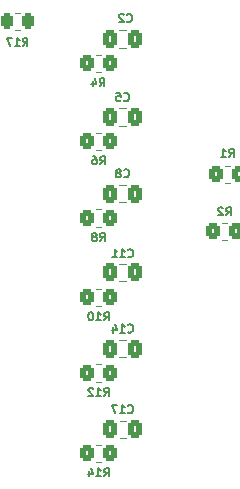
<source format=gbo>
G04 #@! TF.GenerationSoftware,KiCad,Pcbnew,(6.0.6)*
G04 #@! TF.CreationDate,2022-08-29T16:00:50+02:00*
G04 #@! TF.ProjectId,adc-board-six-channels,6164632d-626f-4617-9264-2d7369782d63,rev?*
G04 #@! TF.SameCoordinates,Original*
G04 #@! TF.FileFunction,Legend,Bot*
G04 #@! TF.FilePolarity,Positive*
%FSLAX46Y46*%
G04 Gerber Fmt 4.6, Leading zero omitted, Abs format (unit mm)*
G04 Created by KiCad (PCBNEW (6.0.6)) date 2022-08-29 16:00:50*
%MOMM*%
%LPD*%
G01*
G04 APERTURE LIST*
G04 Aperture macros list*
%AMRoundRect*
0 Rectangle with rounded corners*
0 $1 Rounding radius*
0 $2 $3 $4 $5 $6 $7 $8 $9 X,Y pos of 4 corners*
0 Add a 4 corners polygon primitive as box body*
4,1,4,$2,$3,$4,$5,$6,$7,$8,$9,$2,$3,0*
0 Add four circle primitives for the rounded corners*
1,1,$1+$1,$2,$3*
1,1,$1+$1,$4,$5*
1,1,$1+$1,$6,$7*
1,1,$1+$1,$8,$9*
0 Add four rect primitives between the rounded corners*
20,1,$1+$1,$2,$3,$4,$5,0*
20,1,$1+$1,$4,$5,$6,$7,0*
20,1,$1+$1,$6,$7,$8,$9,0*
20,1,$1+$1,$8,$9,$2,$3,0*%
G04 Aperture macros list end*
%ADD10C,0.150000*%
%ADD11C,0.120000*%
%ADD12R,1.700000X1.700000*%
%ADD13O,1.700000X1.700000*%
%ADD14C,3.200000*%
%ADD15RoundRect,0.250000X-0.350000X-0.450000X0.350000X-0.450000X0.350000X0.450000X-0.350000X0.450000X0*%
%ADD16RoundRect,0.250000X0.337500X0.475000X-0.337500X0.475000X-0.337500X-0.475000X0.337500X-0.475000X0*%
%ADD17RoundRect,0.250000X0.350000X0.450000X-0.350000X0.450000X-0.350000X-0.450000X0.350000X-0.450000X0*%
%ADD18RoundRect,0.250000X-0.262500X-0.450000X0.262500X-0.450000X0.262500X0.450000X-0.262500X0.450000X0*%
G04 APERTURE END LIST*
D10*
X89049816Y-23598066D02*
X89283150Y-23264733D01*
X89449816Y-23598066D02*
X89449816Y-22898066D01*
X89183150Y-22898066D01*
X89116483Y-22931400D01*
X89083150Y-22964733D01*
X89049816Y-23031400D01*
X89049816Y-23131400D01*
X89083150Y-23198066D01*
X89116483Y-23231400D01*
X89183150Y-23264733D01*
X89449816Y-23264733D01*
X88449816Y-23131400D02*
X88449816Y-23598066D01*
X88616483Y-22864733D02*
X88783150Y-23364733D01*
X88349816Y-23364733D01*
X91109616Y-31233000D02*
X91142950Y-31266333D01*
X91242950Y-31299666D01*
X91309616Y-31299666D01*
X91409616Y-31266333D01*
X91476283Y-31199666D01*
X91509616Y-31133000D01*
X91542950Y-30999666D01*
X91542950Y-30899666D01*
X91509616Y-30766333D01*
X91476283Y-30699666D01*
X91409616Y-30633000D01*
X91309616Y-30599666D01*
X91242950Y-30599666D01*
X91142950Y-30633000D01*
X91109616Y-30666333D01*
X90709616Y-30899666D02*
X90776283Y-30866333D01*
X90809616Y-30833000D01*
X90842950Y-30766333D01*
X90842950Y-30733000D01*
X90809616Y-30666333D01*
X90776283Y-30633000D01*
X90709616Y-30599666D01*
X90576283Y-30599666D01*
X90509616Y-30633000D01*
X90476283Y-30666333D01*
X90442950Y-30733000D01*
X90442950Y-30766333D01*
X90476283Y-30833000D01*
X90509616Y-30866333D01*
X90576283Y-30899666D01*
X90709616Y-30899666D01*
X90776283Y-30933000D01*
X90809616Y-30966333D01*
X90842950Y-31033000D01*
X90842950Y-31166333D01*
X90809616Y-31233000D01*
X90776283Y-31266333D01*
X90709616Y-31299666D01*
X90576283Y-31299666D01*
X90509616Y-31266333D01*
X90476283Y-31233000D01*
X90442950Y-31166333D01*
X90442950Y-31033000D01*
X90476283Y-30966333D01*
X90509616Y-30933000D01*
X90576283Y-30899666D01*
X91109616Y-24756000D02*
X91142950Y-24789333D01*
X91242950Y-24822666D01*
X91309616Y-24822666D01*
X91409616Y-24789333D01*
X91476283Y-24722666D01*
X91509616Y-24656000D01*
X91542950Y-24522666D01*
X91542950Y-24422666D01*
X91509616Y-24289333D01*
X91476283Y-24222666D01*
X91409616Y-24156000D01*
X91309616Y-24122666D01*
X91242950Y-24122666D01*
X91142950Y-24156000D01*
X91109616Y-24189333D01*
X90476283Y-24122666D02*
X90809616Y-24122666D01*
X90842950Y-24456000D01*
X90809616Y-24422666D01*
X90742950Y-24389333D01*
X90576283Y-24389333D01*
X90509616Y-24422666D01*
X90476283Y-24456000D01*
X90442950Y-24522666D01*
X90442950Y-24689333D01*
X90476283Y-24756000D01*
X90509616Y-24789333D01*
X90576283Y-24822666D01*
X90742950Y-24822666D01*
X90809616Y-24789333D01*
X90842950Y-24756000D01*
X89417950Y-43408666D02*
X89651283Y-43075333D01*
X89817950Y-43408666D02*
X89817950Y-42708666D01*
X89551283Y-42708666D01*
X89484616Y-42742000D01*
X89451283Y-42775333D01*
X89417950Y-42842000D01*
X89417950Y-42942000D01*
X89451283Y-43008666D01*
X89484616Y-43042000D01*
X89551283Y-43075333D01*
X89817950Y-43075333D01*
X88751283Y-43408666D02*
X89151283Y-43408666D01*
X88951283Y-43408666D02*
X88951283Y-42708666D01*
X89017950Y-42808666D01*
X89084616Y-42875333D01*
X89151283Y-42908666D01*
X88317950Y-42708666D02*
X88251283Y-42708666D01*
X88184616Y-42742000D01*
X88151283Y-42775333D01*
X88117950Y-42842000D01*
X88084616Y-42975333D01*
X88084616Y-43142000D01*
X88117950Y-43275333D01*
X88151283Y-43342000D01*
X88184616Y-43375333D01*
X88251283Y-43408666D01*
X88317950Y-43408666D01*
X88384616Y-43375333D01*
X88417950Y-43342000D01*
X88451283Y-43275333D01*
X88484616Y-43142000D01*
X88484616Y-42975333D01*
X88451283Y-42842000D01*
X88417950Y-42775333D01*
X88384616Y-42742000D01*
X88317950Y-42708666D01*
X99752616Y-34520666D02*
X99985950Y-34187333D01*
X100152616Y-34520666D02*
X100152616Y-33820666D01*
X99885950Y-33820666D01*
X99819283Y-33854000D01*
X99785950Y-33887333D01*
X99752616Y-33954000D01*
X99752616Y-34054000D01*
X99785950Y-34120666D01*
X99819283Y-34154000D01*
X99885950Y-34187333D01*
X100152616Y-34187333D01*
X99485950Y-33887333D02*
X99452616Y-33854000D01*
X99385950Y-33820666D01*
X99219283Y-33820666D01*
X99152616Y-33854000D01*
X99119283Y-33887333D01*
X99085950Y-33954000D01*
X99085950Y-34020666D01*
X99119283Y-34120666D01*
X99519283Y-34520666D01*
X99085950Y-34520666D01*
X91449950Y-51188000D02*
X91483283Y-51221333D01*
X91583283Y-51254666D01*
X91649950Y-51254666D01*
X91749950Y-51221333D01*
X91816616Y-51154666D01*
X91849950Y-51088000D01*
X91883283Y-50954666D01*
X91883283Y-50854666D01*
X91849950Y-50721333D01*
X91816616Y-50654666D01*
X91749950Y-50588000D01*
X91649950Y-50554666D01*
X91583283Y-50554666D01*
X91483283Y-50588000D01*
X91449950Y-50621333D01*
X90783283Y-51254666D02*
X91183283Y-51254666D01*
X90983283Y-51254666D02*
X90983283Y-50554666D01*
X91049950Y-50654666D01*
X91116616Y-50721333D01*
X91183283Y-50754666D01*
X90549950Y-50554666D02*
X90083283Y-50554666D01*
X90383283Y-51254666D01*
X91351616Y-18070400D02*
X91384950Y-18103733D01*
X91484950Y-18137066D01*
X91551616Y-18137066D01*
X91651616Y-18103733D01*
X91718283Y-18037066D01*
X91751616Y-17970400D01*
X91784950Y-17837066D01*
X91784950Y-17737066D01*
X91751616Y-17603733D01*
X91718283Y-17537066D01*
X91651616Y-17470400D01*
X91551616Y-17437066D01*
X91484950Y-17437066D01*
X91384950Y-17470400D01*
X91351616Y-17503733D01*
X91084950Y-17503733D02*
X91051616Y-17470400D01*
X90984950Y-17437066D01*
X90818283Y-17437066D01*
X90751616Y-17470400D01*
X90718283Y-17503733D01*
X90684950Y-17570400D01*
X90684950Y-17637066D01*
X90718283Y-17737066D01*
X91118283Y-18137066D01*
X90684950Y-18137066D01*
X91442950Y-44366500D02*
X91476283Y-44399833D01*
X91576283Y-44433166D01*
X91642950Y-44433166D01*
X91742950Y-44399833D01*
X91809616Y-44333166D01*
X91842950Y-44266500D01*
X91876283Y-44133166D01*
X91876283Y-44033166D01*
X91842950Y-43899833D01*
X91809616Y-43833166D01*
X91742950Y-43766500D01*
X91642950Y-43733166D01*
X91576283Y-43733166D01*
X91476283Y-43766500D01*
X91442950Y-43799833D01*
X90776283Y-44433166D02*
X91176283Y-44433166D01*
X90976283Y-44433166D02*
X90976283Y-43733166D01*
X91042950Y-43833166D01*
X91109616Y-43899833D01*
X91176283Y-43933166D01*
X90176283Y-43966500D02*
X90176283Y-44433166D01*
X90342950Y-43699833D02*
X90509616Y-44199833D01*
X90076283Y-44199833D01*
X82540950Y-20169066D02*
X82774283Y-19835733D01*
X82940950Y-20169066D02*
X82940950Y-19469066D01*
X82674283Y-19469066D01*
X82607616Y-19502400D01*
X82574283Y-19535733D01*
X82540950Y-19602400D01*
X82540950Y-19702400D01*
X82574283Y-19769066D01*
X82607616Y-19802400D01*
X82674283Y-19835733D01*
X82940950Y-19835733D01*
X81874283Y-20169066D02*
X82274283Y-20169066D01*
X82074283Y-20169066D02*
X82074283Y-19469066D01*
X82140950Y-19569066D01*
X82207616Y-19635733D01*
X82274283Y-19669066D01*
X81640950Y-19469066D02*
X81174283Y-19469066D01*
X81474283Y-20169066D01*
X89417950Y-56616666D02*
X89651283Y-56283333D01*
X89817950Y-56616666D02*
X89817950Y-55916666D01*
X89551283Y-55916666D01*
X89484616Y-55950000D01*
X89451283Y-55983333D01*
X89417950Y-56050000D01*
X89417950Y-56150000D01*
X89451283Y-56216666D01*
X89484616Y-56250000D01*
X89551283Y-56283333D01*
X89817950Y-56283333D01*
X88751283Y-56616666D02*
X89151283Y-56616666D01*
X88951283Y-56616666D02*
X88951283Y-55916666D01*
X89017950Y-56016666D01*
X89084616Y-56083333D01*
X89151283Y-56116666D01*
X88151283Y-56150000D02*
X88151283Y-56616666D01*
X88317950Y-55883333D02*
X88484616Y-56383333D01*
X88051283Y-56383333D01*
X99990616Y-29567066D02*
X100223950Y-29233733D01*
X100390616Y-29567066D02*
X100390616Y-28867066D01*
X100123950Y-28867066D01*
X100057283Y-28900400D01*
X100023950Y-28933733D01*
X99990616Y-29000400D01*
X99990616Y-29100400D01*
X100023950Y-29167066D01*
X100057283Y-29200400D01*
X100123950Y-29233733D01*
X100390616Y-29233733D01*
X99323950Y-29567066D02*
X99723950Y-29567066D01*
X99523950Y-29567066D02*
X99523950Y-28867066D01*
X99590616Y-28967066D01*
X99657283Y-29033733D01*
X99723950Y-29067066D01*
X91442950Y-38009400D02*
X91476283Y-38042733D01*
X91576283Y-38076066D01*
X91642950Y-38076066D01*
X91742950Y-38042733D01*
X91809616Y-37976066D01*
X91842950Y-37909400D01*
X91876283Y-37776066D01*
X91876283Y-37676066D01*
X91842950Y-37542733D01*
X91809616Y-37476066D01*
X91742950Y-37409400D01*
X91642950Y-37376066D01*
X91576283Y-37376066D01*
X91476283Y-37409400D01*
X91442950Y-37442733D01*
X90776283Y-38076066D02*
X91176283Y-38076066D01*
X90976283Y-38076066D02*
X90976283Y-37376066D01*
X91042950Y-37476066D01*
X91109616Y-37542733D01*
X91176283Y-37576066D01*
X90109616Y-38076066D02*
X90509616Y-38076066D01*
X90309616Y-38076066D02*
X90309616Y-37376066D01*
X90376283Y-37476066D01*
X90442950Y-37542733D01*
X90509616Y-37576066D01*
X89084616Y-30200666D02*
X89317950Y-29867333D01*
X89484616Y-30200666D02*
X89484616Y-29500666D01*
X89217950Y-29500666D01*
X89151283Y-29534000D01*
X89117950Y-29567333D01*
X89084616Y-29634000D01*
X89084616Y-29734000D01*
X89117950Y-29800666D01*
X89151283Y-29834000D01*
X89217950Y-29867333D01*
X89484616Y-29867333D01*
X88484616Y-29500666D02*
X88617950Y-29500666D01*
X88684616Y-29534000D01*
X88717950Y-29567333D01*
X88784616Y-29667333D01*
X88817950Y-29800666D01*
X88817950Y-30067333D01*
X88784616Y-30134000D01*
X88751283Y-30167333D01*
X88684616Y-30200666D01*
X88551283Y-30200666D01*
X88484616Y-30167333D01*
X88451283Y-30134000D01*
X88417950Y-30067333D01*
X88417950Y-29900666D01*
X88451283Y-29834000D01*
X88484616Y-29800666D01*
X88551283Y-29767333D01*
X88684616Y-29767333D01*
X88751283Y-29800666D01*
X88784616Y-29834000D01*
X88817950Y-29900666D01*
X89417950Y-49809466D02*
X89651283Y-49476133D01*
X89817950Y-49809466D02*
X89817950Y-49109466D01*
X89551283Y-49109466D01*
X89484616Y-49142800D01*
X89451283Y-49176133D01*
X89417950Y-49242800D01*
X89417950Y-49342800D01*
X89451283Y-49409466D01*
X89484616Y-49442800D01*
X89551283Y-49476133D01*
X89817950Y-49476133D01*
X88751283Y-49809466D02*
X89151283Y-49809466D01*
X88951283Y-49809466D02*
X88951283Y-49109466D01*
X89017950Y-49209466D01*
X89084616Y-49276133D01*
X89151283Y-49309466D01*
X88484616Y-49176133D02*
X88451283Y-49142800D01*
X88384616Y-49109466D01*
X88217950Y-49109466D01*
X88151283Y-49142800D01*
X88117950Y-49176133D01*
X88084616Y-49242800D01*
X88084616Y-49309466D01*
X88117950Y-49409466D01*
X88517950Y-49809466D01*
X88084616Y-49809466D01*
X89065616Y-36703066D02*
X89298950Y-36369733D01*
X89465616Y-36703066D02*
X89465616Y-36003066D01*
X89198950Y-36003066D01*
X89132283Y-36036400D01*
X89098950Y-36069733D01*
X89065616Y-36136400D01*
X89065616Y-36236400D01*
X89098950Y-36303066D01*
X89132283Y-36336400D01*
X89198950Y-36369733D01*
X89465616Y-36369733D01*
X88665616Y-36303066D02*
X88732283Y-36269733D01*
X88765616Y-36236400D01*
X88798950Y-36169733D01*
X88798950Y-36136400D01*
X88765616Y-36069733D01*
X88732283Y-36036400D01*
X88665616Y-36003066D01*
X88532283Y-36003066D01*
X88465616Y-36036400D01*
X88432283Y-36069733D01*
X88398950Y-36136400D01*
X88398950Y-36169733D01*
X88432283Y-36236400D01*
X88465616Y-36269733D01*
X88532283Y-36303066D01*
X88665616Y-36303066D01*
X88732283Y-36336400D01*
X88765616Y-36369733D01*
X88798950Y-36436400D01*
X88798950Y-36569733D01*
X88765616Y-36636400D01*
X88732283Y-36669733D01*
X88665616Y-36703066D01*
X88532283Y-36703066D01*
X88465616Y-36669733D01*
X88432283Y-36636400D01*
X88398950Y-36569733D01*
X88398950Y-36436400D01*
X88432283Y-36369733D01*
X88465616Y-36336400D01*
X88532283Y-36303066D01*
D11*
X88740886Y-22365000D02*
X89195014Y-22365000D01*
X88740886Y-20895000D02*
X89195014Y-20895000D01*
X91254202Y-33398000D02*
X90731698Y-33398000D01*
X91254202Y-31928000D02*
X90731698Y-31928000D01*
X91254202Y-26921000D02*
X90731698Y-26921000D01*
X91254202Y-25451000D02*
X90731698Y-25451000D01*
X88740886Y-42177000D02*
X89195014Y-42177000D01*
X88740886Y-40707000D02*
X89195014Y-40707000D01*
X99863014Y-36589000D02*
X99408886Y-36589000D01*
X99863014Y-35119000D02*
X99408886Y-35119000D01*
X91261202Y-51883000D02*
X90738698Y-51883000D01*
X91261202Y-53353000D02*
X90738698Y-53353000D01*
X91254202Y-20317000D02*
X90731698Y-20317000D01*
X91254202Y-18847000D02*
X90731698Y-18847000D01*
X91254202Y-45061500D02*
X90731698Y-45061500D01*
X91254202Y-46531500D02*
X90731698Y-46531500D01*
X81887386Y-17339400D02*
X82341514Y-17339400D01*
X81887386Y-18809400D02*
X82341514Y-18809400D01*
X88740886Y-53915000D02*
X89195014Y-53915000D01*
X88740886Y-55385000D02*
X89195014Y-55385000D01*
X99646886Y-31763000D02*
X100101014Y-31763000D01*
X99646886Y-30293000D02*
X100101014Y-30293000D01*
X91254202Y-40076000D02*
X90731698Y-40076000D01*
X91254202Y-38606000D02*
X90731698Y-38606000D01*
X88740886Y-27499000D02*
X89195014Y-27499000D01*
X88740886Y-28969000D02*
X89195014Y-28969000D01*
X88740886Y-47107800D02*
X89195014Y-47107800D01*
X88740886Y-48577800D02*
X89195014Y-48577800D01*
X88721886Y-34001400D02*
X89176014Y-34001400D01*
X88721886Y-35471400D02*
X89176014Y-35471400D01*
%LPC*%
D12*
X81906450Y-46355000D03*
D13*
X79366450Y-46355000D03*
X81906450Y-43815000D03*
X79366450Y-43815000D03*
X81906450Y-41275000D03*
X79366450Y-41275000D03*
X81906450Y-38735000D03*
X79366450Y-38735000D03*
X81906450Y-36195000D03*
X79366450Y-36195000D03*
X81906450Y-33655000D03*
X79366450Y-33655000D03*
X81906450Y-31115000D03*
X79366450Y-31115000D03*
X81906450Y-28575000D03*
X79366450Y-28575000D03*
D12*
X103655950Y-28605000D03*
D13*
X106195950Y-28605000D03*
X103655950Y-31145000D03*
X106195950Y-31145000D03*
X103655950Y-33685000D03*
X106195950Y-33685000D03*
X103655950Y-36225000D03*
X106195950Y-36225000D03*
X103655950Y-38765000D03*
X106195950Y-38765000D03*
X103655950Y-41305000D03*
X106195950Y-41305000D03*
X103655950Y-43845000D03*
X106195950Y-43845000D03*
X103655950Y-46385000D03*
X106195950Y-46385000D03*
D14*
X107086400Y-55702200D03*
X107137200Y-19278600D03*
D15*
X87967950Y-21630000D03*
X89967950Y-21630000D03*
D16*
X92030450Y-32663000D03*
X89955450Y-32663000D03*
X92030450Y-26186000D03*
X89955450Y-26186000D03*
D15*
X87967950Y-41442000D03*
X89967950Y-41442000D03*
D17*
X100635950Y-35854000D03*
X98635950Y-35854000D03*
D16*
X92037450Y-52618000D03*
X89962450Y-52618000D03*
X92030450Y-19582000D03*
X89955450Y-19582000D03*
X92030450Y-45796500D03*
X89955450Y-45796500D03*
D18*
X81201950Y-18074400D03*
X83026950Y-18074400D03*
D15*
X87967950Y-54650000D03*
X89967950Y-54650000D03*
X98873950Y-31028000D03*
X100873950Y-31028000D03*
D16*
X92030450Y-39341000D03*
X89955450Y-39341000D03*
D15*
X87967950Y-28234000D03*
X89967950Y-28234000D03*
X87967950Y-47842800D03*
X89967950Y-47842800D03*
X87948950Y-34736400D03*
X89948950Y-34736400D03*
M02*

</source>
